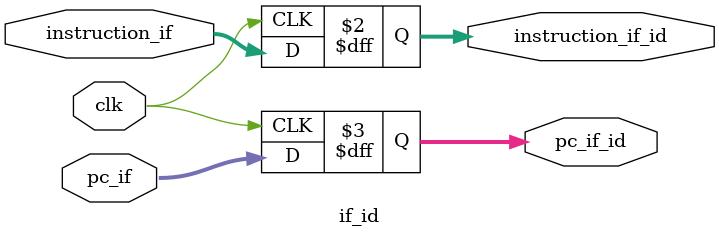
<source format=sv>
`ifndef _if_id
`define _if_id
`timescale 1ns / 1ps


module if_id(
	input wire clk,
	input wire [31 : 0] instruction_if, pc_if,
	output reg [31 : 0] instruction_if_id, pc_if_id
    );

	always_ff @(negedge clk) begin
		instruction_if_id <= instruction_if;
		pc_if_id <= pc_if;
	end
	

endmodule

`endif
</source>
